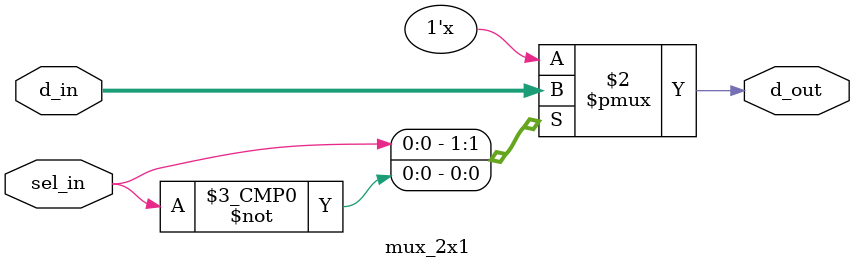
<source format=sv>
`timescale 1ns / 1ps


module mux_2x1(
input [1:0] d_in,
input sel_in,
output logic d_out
    );
 always_comb 
 begin 
 case(sel_in)
 1'b1: d_out = d_in[1];
 1'b0: d_out = d_in[0];
 endcase 
 end 
endmodule

</source>
